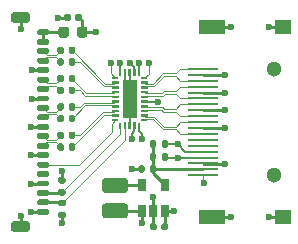
<source format=gtl>
G04 #@! TF.GenerationSoftware,KiCad,Pcbnew,5.1.10*
G04 #@! TF.CreationDate,2021-09-12T22:44:31-07:00*
G04 #@! TF.ProjectId,ACORN-CLE-DVI,41434f52-4e2d-4434-9c45-2d4456492e6b,rev?*
G04 #@! TF.SameCoordinates,Original*
G04 #@! TF.FileFunction,Copper,L1,Top*
G04 #@! TF.FilePolarity,Positive*
%FSLAX46Y46*%
G04 Gerber Fmt 4.6, Leading zero omitted, Abs format (unit mm)*
G04 Created by KiCad (PCBNEW 5.1.10) date 2021-09-12 22:44:31*
%MOMM*%
%LPD*%
G01*
G04 APERTURE LIST*
G04 #@! TA.AperFunction,SMDPad,CuDef*
%ADD10R,1.200000X3.200000*%
G04 #@! TD*
G04 #@! TA.AperFunction,SMDPad,CuDef*
%ADD11O,0.590000X0.220000*%
G04 #@! TD*
G04 #@! TA.AperFunction,SMDPad,CuDef*
%ADD12O,0.220000X0.590000*%
G04 #@! TD*
G04 #@! TA.AperFunction,SMDPad,CuDef*
%ADD13R,0.650000X1.060000*%
G04 #@! TD*
G04 #@! TA.AperFunction,ComponentPad*
%ADD14C,1.300000*%
G04 #@! TD*
G04 #@! TA.AperFunction,SMDPad,CuDef*
%ADD15R,1.400000X1.300000*%
G04 #@! TD*
G04 #@! TA.AperFunction,SMDPad,CuDef*
%ADD16R,2.200000X1.300000*%
G04 #@! TD*
G04 #@! TA.AperFunction,SMDPad,CuDef*
%ADD17R,2.600000X0.280000*%
G04 #@! TD*
G04 #@! TA.AperFunction,ViaPad*
%ADD18C,0.600000*%
G04 #@! TD*
G04 #@! TA.AperFunction,Conductor*
%ADD19C,0.152400*%
G04 #@! TD*
G04 #@! TA.AperFunction,Conductor*
%ADD20C,0.250000*%
G04 #@! TD*
G04 #@! TA.AperFunction,Conductor*
%ADD21C,0.125984*%
G04 #@! TD*
G04 #@! TA.AperFunction,Conductor*
%ADD22C,0.127000*%
G04 #@! TD*
G04 APERTURE END LIST*
D10*
X150450000Y-101500000D03*
D11*
X151695000Y-99700000D03*
G04 #@! TA.AperFunction,SMDPad,CuDef*
G36*
G01*
X151400000Y-100203400D02*
X151400000Y-99996600D01*
G75*
G02*
X151406600Y-99990000I6600J0D01*
G01*
X151983400Y-99990000D01*
G75*
G02*
X151990000Y-99996600I0J-6600D01*
G01*
X151990000Y-100203400D01*
G75*
G02*
X151983400Y-100210000I-6600J0D01*
G01*
X151406600Y-100210000D01*
G75*
G02*
X151400000Y-100203400I0J6600D01*
G01*
G37*
G04 #@! TD.AperFunction*
G04 #@! TA.AperFunction,SMDPad,CuDef*
G36*
G01*
X151400000Y-100603400D02*
X151400000Y-100396600D01*
G75*
G02*
X151406600Y-100390000I6600J0D01*
G01*
X151983400Y-100390000D01*
G75*
G02*
X151990000Y-100396600I0J-6600D01*
G01*
X151990000Y-100603400D01*
G75*
G02*
X151983400Y-100610000I-6600J0D01*
G01*
X151406600Y-100610000D01*
G75*
G02*
X151400000Y-100603400I0J6600D01*
G01*
G37*
G04 #@! TD.AperFunction*
G04 #@! TA.AperFunction,SMDPad,CuDef*
G36*
G01*
X151400000Y-101003400D02*
X151400000Y-100796600D01*
G75*
G02*
X151406600Y-100790000I6600J0D01*
G01*
X151983400Y-100790000D01*
G75*
G02*
X151990000Y-100796600I0J-6600D01*
G01*
X151990000Y-101003400D01*
G75*
G02*
X151983400Y-101010000I-6600J0D01*
G01*
X151406600Y-101010000D01*
G75*
G02*
X151400000Y-101003400I0J6600D01*
G01*
G37*
G04 #@! TD.AperFunction*
G04 #@! TA.AperFunction,SMDPad,CuDef*
G36*
G01*
X151400000Y-101403400D02*
X151400000Y-101196600D01*
G75*
G02*
X151406600Y-101190000I6600J0D01*
G01*
X151983400Y-101190000D01*
G75*
G02*
X151990000Y-101196600I0J-6600D01*
G01*
X151990000Y-101403400D01*
G75*
G02*
X151983400Y-101410000I-6600J0D01*
G01*
X151406600Y-101410000D01*
G75*
G02*
X151400000Y-101403400I0J6600D01*
G01*
G37*
G04 #@! TD.AperFunction*
G04 #@! TA.AperFunction,SMDPad,CuDef*
G36*
G01*
X151400000Y-101803400D02*
X151400000Y-101596600D01*
G75*
G02*
X151406600Y-101590000I6600J0D01*
G01*
X151983400Y-101590000D01*
G75*
G02*
X151990000Y-101596600I0J-6600D01*
G01*
X151990000Y-101803400D01*
G75*
G02*
X151983400Y-101810000I-6600J0D01*
G01*
X151406600Y-101810000D01*
G75*
G02*
X151400000Y-101803400I0J6600D01*
G01*
G37*
G04 #@! TD.AperFunction*
G04 #@! TA.AperFunction,SMDPad,CuDef*
G36*
G01*
X151400000Y-102203400D02*
X151400000Y-101996600D01*
G75*
G02*
X151406600Y-101990000I6600J0D01*
G01*
X151983400Y-101990000D01*
G75*
G02*
X151990000Y-101996600I0J-6600D01*
G01*
X151990000Y-102203400D01*
G75*
G02*
X151983400Y-102210000I-6600J0D01*
G01*
X151406600Y-102210000D01*
G75*
G02*
X151400000Y-102203400I0J6600D01*
G01*
G37*
G04 #@! TD.AperFunction*
G04 #@! TA.AperFunction,SMDPad,CuDef*
G36*
G01*
X151400000Y-102603400D02*
X151400000Y-102396600D01*
G75*
G02*
X151406600Y-102390000I6600J0D01*
G01*
X151983400Y-102390000D01*
G75*
G02*
X151990000Y-102396600I0J-6600D01*
G01*
X151990000Y-102603400D01*
G75*
G02*
X151983400Y-102610000I-6600J0D01*
G01*
X151406600Y-102610000D01*
G75*
G02*
X151400000Y-102603400I0J6600D01*
G01*
G37*
G04 #@! TD.AperFunction*
G04 #@! TA.AperFunction,SMDPad,CuDef*
G36*
G01*
X151400000Y-103003400D02*
X151400000Y-102796600D01*
G75*
G02*
X151406600Y-102790000I6600J0D01*
G01*
X151983400Y-102790000D01*
G75*
G02*
X151990000Y-102796600I0J-6600D01*
G01*
X151990000Y-103003400D01*
G75*
G02*
X151983400Y-103010000I-6600J0D01*
G01*
X151406600Y-103010000D01*
G75*
G02*
X151400000Y-103003400I0J6600D01*
G01*
G37*
G04 #@! TD.AperFunction*
X151695000Y-103300000D03*
X149205000Y-103300000D03*
G04 #@! TA.AperFunction,SMDPad,CuDef*
G36*
G01*
X148910000Y-103003400D02*
X148910000Y-102796600D01*
G75*
G02*
X148916600Y-102790000I6600J0D01*
G01*
X149493400Y-102790000D01*
G75*
G02*
X149500000Y-102796600I0J-6600D01*
G01*
X149500000Y-103003400D01*
G75*
G02*
X149493400Y-103010000I-6600J0D01*
G01*
X148916600Y-103010000D01*
G75*
G02*
X148910000Y-103003400I0J6600D01*
G01*
G37*
G04 #@! TD.AperFunction*
G04 #@! TA.AperFunction,SMDPad,CuDef*
G36*
G01*
X148910000Y-102603400D02*
X148910000Y-102396600D01*
G75*
G02*
X148916600Y-102390000I6600J0D01*
G01*
X149493400Y-102390000D01*
G75*
G02*
X149500000Y-102396600I0J-6600D01*
G01*
X149500000Y-102603400D01*
G75*
G02*
X149493400Y-102610000I-6600J0D01*
G01*
X148916600Y-102610000D01*
G75*
G02*
X148910000Y-102603400I0J6600D01*
G01*
G37*
G04 #@! TD.AperFunction*
G04 #@! TA.AperFunction,SMDPad,CuDef*
G36*
G01*
X148910000Y-102203400D02*
X148910000Y-101996600D01*
G75*
G02*
X148916600Y-101990000I6600J0D01*
G01*
X149493400Y-101990000D01*
G75*
G02*
X149500000Y-101996600I0J-6600D01*
G01*
X149500000Y-102203400D01*
G75*
G02*
X149493400Y-102210000I-6600J0D01*
G01*
X148916600Y-102210000D01*
G75*
G02*
X148910000Y-102203400I0J6600D01*
G01*
G37*
G04 #@! TD.AperFunction*
G04 #@! TA.AperFunction,SMDPad,CuDef*
G36*
G01*
X148910000Y-101803400D02*
X148910000Y-101596600D01*
G75*
G02*
X148916600Y-101590000I6600J0D01*
G01*
X149493400Y-101590000D01*
G75*
G02*
X149500000Y-101596600I0J-6600D01*
G01*
X149500000Y-101803400D01*
G75*
G02*
X149493400Y-101810000I-6600J0D01*
G01*
X148916600Y-101810000D01*
G75*
G02*
X148910000Y-101803400I0J6600D01*
G01*
G37*
G04 #@! TD.AperFunction*
G04 #@! TA.AperFunction,SMDPad,CuDef*
G36*
G01*
X148910000Y-101403400D02*
X148910000Y-101196600D01*
G75*
G02*
X148916600Y-101190000I6600J0D01*
G01*
X149493400Y-101190000D01*
G75*
G02*
X149500000Y-101196600I0J-6600D01*
G01*
X149500000Y-101403400D01*
G75*
G02*
X149493400Y-101410000I-6600J0D01*
G01*
X148916600Y-101410000D01*
G75*
G02*
X148910000Y-101403400I0J6600D01*
G01*
G37*
G04 #@! TD.AperFunction*
G04 #@! TA.AperFunction,SMDPad,CuDef*
G36*
G01*
X148910000Y-101003400D02*
X148910000Y-100796600D01*
G75*
G02*
X148916600Y-100790000I6600J0D01*
G01*
X149493400Y-100790000D01*
G75*
G02*
X149500000Y-100796600I0J-6600D01*
G01*
X149500000Y-101003400D01*
G75*
G02*
X149493400Y-101010000I-6600J0D01*
G01*
X148916600Y-101010000D01*
G75*
G02*
X148910000Y-101003400I0J6600D01*
G01*
G37*
G04 #@! TD.AperFunction*
G04 #@! TA.AperFunction,SMDPad,CuDef*
G36*
G01*
X148910000Y-100603400D02*
X148910000Y-100396600D01*
G75*
G02*
X148916600Y-100390000I6600J0D01*
G01*
X149493400Y-100390000D01*
G75*
G02*
X149500000Y-100396600I0J-6600D01*
G01*
X149500000Y-100603400D01*
G75*
G02*
X149493400Y-100610000I-6600J0D01*
G01*
X148916600Y-100610000D01*
G75*
G02*
X148910000Y-100603400I0J6600D01*
G01*
G37*
G04 #@! TD.AperFunction*
G04 #@! TA.AperFunction,SMDPad,CuDef*
G36*
G01*
X148910000Y-100203400D02*
X148910000Y-99996600D01*
G75*
G02*
X148916600Y-99990000I6600J0D01*
G01*
X149493400Y-99990000D01*
G75*
G02*
X149500000Y-99996600I0J-6600D01*
G01*
X149500000Y-100203400D01*
G75*
G02*
X149493400Y-100210000I-6600J0D01*
G01*
X148916600Y-100210000D01*
G75*
G02*
X148910000Y-100203400I0J6600D01*
G01*
G37*
G04 #@! TD.AperFunction*
X149205000Y-99700000D03*
D12*
X149650000Y-99255000D03*
G04 #@! TA.AperFunction,SMDPad,CuDef*
G36*
G01*
X149940000Y-99543400D02*
X149940000Y-98966600D01*
G75*
G02*
X149946600Y-98960000I6600J0D01*
G01*
X150153400Y-98960000D01*
G75*
G02*
X150160000Y-98966600I0J-6600D01*
G01*
X150160000Y-99543400D01*
G75*
G02*
X150153400Y-99550000I-6600J0D01*
G01*
X149946600Y-99550000D01*
G75*
G02*
X149940000Y-99543400I0J6600D01*
G01*
G37*
G04 #@! TD.AperFunction*
G04 #@! TA.AperFunction,SMDPad,CuDef*
G36*
G01*
X150340000Y-99543400D02*
X150340000Y-98966600D01*
G75*
G02*
X150346600Y-98960000I6600J0D01*
G01*
X150553400Y-98960000D01*
G75*
G02*
X150560000Y-98966600I0J-6600D01*
G01*
X150560000Y-99543400D01*
G75*
G02*
X150553400Y-99550000I-6600J0D01*
G01*
X150346600Y-99550000D01*
G75*
G02*
X150340000Y-99543400I0J6600D01*
G01*
G37*
G04 #@! TD.AperFunction*
G04 #@! TA.AperFunction,SMDPad,CuDef*
G36*
G01*
X150740000Y-99543400D02*
X150740000Y-98966600D01*
G75*
G02*
X150746600Y-98960000I6600J0D01*
G01*
X150953400Y-98960000D01*
G75*
G02*
X150960000Y-98966600I0J-6600D01*
G01*
X150960000Y-99543400D01*
G75*
G02*
X150953400Y-99550000I-6600J0D01*
G01*
X150746600Y-99550000D01*
G75*
G02*
X150740000Y-99543400I0J6600D01*
G01*
G37*
G04 #@! TD.AperFunction*
X151250000Y-99255000D03*
X151250000Y-103745000D03*
G04 #@! TA.AperFunction,SMDPad,CuDef*
G36*
G01*
X150740000Y-104033400D02*
X150740000Y-103456600D01*
G75*
G02*
X150746600Y-103450000I6600J0D01*
G01*
X150953400Y-103450000D01*
G75*
G02*
X150960000Y-103456600I0J-6600D01*
G01*
X150960000Y-104033400D01*
G75*
G02*
X150953400Y-104040000I-6600J0D01*
G01*
X150746600Y-104040000D01*
G75*
G02*
X150740000Y-104033400I0J6600D01*
G01*
G37*
G04 #@! TD.AperFunction*
G04 #@! TA.AperFunction,SMDPad,CuDef*
G36*
G01*
X150340000Y-104033400D02*
X150340000Y-103456600D01*
G75*
G02*
X150346600Y-103450000I6600J0D01*
G01*
X150553400Y-103450000D01*
G75*
G02*
X150560000Y-103456600I0J-6600D01*
G01*
X150560000Y-104033400D01*
G75*
G02*
X150553400Y-104040000I-6600J0D01*
G01*
X150346600Y-104040000D01*
G75*
G02*
X150340000Y-104033400I0J6600D01*
G01*
G37*
G04 #@! TD.AperFunction*
G04 #@! TA.AperFunction,SMDPad,CuDef*
G36*
G01*
X149940000Y-104033400D02*
X149940000Y-103456600D01*
G75*
G02*
X149946600Y-103450000I6600J0D01*
G01*
X150153400Y-103450000D01*
G75*
G02*
X150160000Y-103456600I0J-6600D01*
G01*
X150160000Y-104033400D01*
G75*
G02*
X150153400Y-104040000I-6600J0D01*
G01*
X149946600Y-104040000D01*
G75*
G02*
X149940000Y-104033400I0J6600D01*
G01*
G37*
G04 #@! TD.AperFunction*
X149650000Y-103745000D03*
G04 #@! TA.AperFunction,SMDPad,CuDef*
G36*
G01*
X153155000Y-106560000D02*
X153155000Y-106190000D01*
G75*
G02*
X153290000Y-106055000I135000J0D01*
G01*
X153560000Y-106055000D01*
G75*
G02*
X153695000Y-106190000I0J-135000D01*
G01*
X153695000Y-106560000D01*
G75*
G02*
X153560000Y-106695000I-135000J0D01*
G01*
X153290000Y-106695000D01*
G75*
G02*
X153155000Y-106560000I0J135000D01*
G01*
G37*
G04 #@! TD.AperFunction*
G04 #@! TA.AperFunction,SMDPad,CuDef*
G36*
G01*
X152135000Y-106560000D02*
X152135000Y-106190000D01*
G75*
G02*
X152270000Y-106055000I135000J0D01*
G01*
X152540000Y-106055000D01*
G75*
G02*
X152675000Y-106190000I0J-135000D01*
G01*
X152675000Y-106560000D01*
G75*
G02*
X152540000Y-106695000I-135000J0D01*
G01*
X152270000Y-106695000D01*
G75*
G02*
X152135000Y-106560000I0J135000D01*
G01*
G37*
G04 #@! TD.AperFunction*
G04 #@! TA.AperFunction,SMDPad,CuDef*
G36*
G01*
X153150000Y-105485000D02*
X153150000Y-105115000D01*
G75*
G02*
X153285000Y-104980000I135000J0D01*
G01*
X153555000Y-104980000D01*
G75*
G02*
X153690000Y-105115000I0J-135000D01*
G01*
X153690000Y-105485000D01*
G75*
G02*
X153555000Y-105620000I-135000J0D01*
G01*
X153285000Y-105620000D01*
G75*
G02*
X153150000Y-105485000I0J135000D01*
G01*
G37*
G04 #@! TD.AperFunction*
G04 #@! TA.AperFunction,SMDPad,CuDef*
G36*
G01*
X152130000Y-105485000D02*
X152130000Y-105115000D01*
G75*
G02*
X152265000Y-104980000I135000J0D01*
G01*
X152535000Y-104980000D01*
G75*
G02*
X152670000Y-105115000I0J-135000D01*
G01*
X152670000Y-105485000D01*
G75*
G02*
X152535000Y-105620000I-135000J0D01*
G01*
X152265000Y-105620000D01*
G75*
G02*
X152130000Y-105485000I0J135000D01*
G01*
G37*
G04 #@! TD.AperFunction*
G04 #@! TA.AperFunction,SMDPad,CuDef*
G36*
G01*
X144515000Y-109125000D02*
X144885000Y-109125000D01*
G75*
G02*
X145020000Y-109260000I0J-135000D01*
G01*
X145020000Y-109530000D01*
G75*
G02*
X144885000Y-109665000I-135000J0D01*
G01*
X144515000Y-109665000D01*
G75*
G02*
X144380000Y-109530000I0J135000D01*
G01*
X144380000Y-109260000D01*
G75*
G02*
X144515000Y-109125000I135000J0D01*
G01*
G37*
G04 #@! TD.AperFunction*
G04 #@! TA.AperFunction,SMDPad,CuDef*
G36*
G01*
X144515000Y-108105000D02*
X144885000Y-108105000D01*
G75*
G02*
X145020000Y-108240000I0J-135000D01*
G01*
X145020000Y-108510000D01*
G75*
G02*
X144885000Y-108645000I-135000J0D01*
G01*
X144515000Y-108645000D01*
G75*
G02*
X144380000Y-108510000I0J135000D01*
G01*
X144380000Y-108240000D01*
G75*
G02*
X144515000Y-108105000I135000J0D01*
G01*
G37*
G04 #@! TD.AperFunction*
G04 #@! TA.AperFunction,SMDPad,CuDef*
G36*
G01*
X144885000Y-110570000D02*
X144515000Y-110570000D01*
G75*
G02*
X144380000Y-110435000I0J135000D01*
G01*
X144380000Y-110165000D01*
G75*
G02*
X144515000Y-110030000I135000J0D01*
G01*
X144885000Y-110030000D01*
G75*
G02*
X145020000Y-110165000I0J-135000D01*
G01*
X145020000Y-110435000D01*
G75*
G02*
X144885000Y-110570000I-135000J0D01*
G01*
G37*
G04 #@! TD.AperFunction*
G04 #@! TA.AperFunction,SMDPad,CuDef*
G36*
G01*
X144885000Y-111590000D02*
X144515000Y-111590000D01*
G75*
G02*
X144380000Y-111455000I0J135000D01*
G01*
X144380000Y-111185000D01*
G75*
G02*
X144515000Y-111050000I135000J0D01*
G01*
X144885000Y-111050000D01*
G75*
G02*
X145020000Y-111185000I0J-135000D01*
G01*
X145020000Y-111455000D01*
G75*
G02*
X144885000Y-111590000I-135000J0D01*
G01*
G37*
G04 #@! TD.AperFunction*
D13*
X151500000Y-108775000D03*
X153400000Y-108775000D03*
X153400000Y-110975000D03*
X152450000Y-110975000D03*
X151500000Y-110975000D03*
G04 #@! TA.AperFunction,SMDPad,CuDef*
G36*
G01*
X148350000Y-110325000D02*
X150050000Y-110325000D01*
G75*
G02*
X150300000Y-110575000I0J-250000D01*
G01*
X150300000Y-111325000D01*
G75*
G02*
X150050000Y-111575000I-250000J0D01*
G01*
X148350000Y-111575000D01*
G75*
G02*
X148100000Y-111325000I0J250000D01*
G01*
X148100000Y-110575000D01*
G75*
G02*
X148350000Y-110325000I250000J0D01*
G01*
G37*
G04 #@! TD.AperFunction*
G04 #@! TA.AperFunction,SMDPad,CuDef*
G36*
G01*
X148350000Y-108175000D02*
X150050000Y-108175000D01*
G75*
G02*
X150300000Y-108425000I0J-250000D01*
G01*
X150300000Y-109175000D01*
G75*
G02*
X150050000Y-109425000I-250000J0D01*
G01*
X148350000Y-109425000D01*
G75*
G02*
X148100000Y-109175000I0J250000D01*
G01*
X148100000Y-108425000D01*
G75*
G02*
X148350000Y-108175000I250000J0D01*
G01*
G37*
G04 #@! TD.AperFunction*
G04 #@! TA.AperFunction,SMDPad,CuDef*
G36*
G01*
X145287500Y-95568750D02*
X145287500Y-96081250D01*
G75*
G02*
X145068750Y-96300000I-218750J0D01*
G01*
X144631250Y-96300000D01*
G75*
G02*
X144412500Y-96081250I0J218750D01*
G01*
X144412500Y-95568750D01*
G75*
G02*
X144631250Y-95350000I218750J0D01*
G01*
X145068750Y-95350000D01*
G75*
G02*
X145287500Y-95568750I0J-218750D01*
G01*
G37*
G04 #@! TD.AperFunction*
G04 #@! TA.AperFunction,SMDPad,CuDef*
G36*
G01*
X146862500Y-95568750D02*
X146862500Y-96081250D01*
G75*
G02*
X146643750Y-96300000I-218750J0D01*
G01*
X146206250Y-96300000D01*
G75*
G02*
X145987500Y-96081250I0J218750D01*
G01*
X145987500Y-95568750D01*
G75*
G02*
X146206250Y-95350000I218750J0D01*
G01*
X146643750Y-95350000D01*
G75*
G02*
X146862500Y-95568750I0J-218750D01*
G01*
G37*
G04 #@! TD.AperFunction*
G04 #@! TA.AperFunction,SMDPad,CuDef*
G36*
G01*
X151730000Y-107240000D02*
X151730000Y-107580000D01*
G75*
G02*
X151590000Y-107720000I-140000J0D01*
G01*
X151310000Y-107720000D01*
G75*
G02*
X151170000Y-107580000I0J140000D01*
G01*
X151170000Y-107240000D01*
G75*
G02*
X151310000Y-107100000I140000J0D01*
G01*
X151590000Y-107100000D01*
G75*
G02*
X151730000Y-107240000I0J-140000D01*
G01*
G37*
G04 #@! TD.AperFunction*
G04 #@! TA.AperFunction,SMDPad,CuDef*
G36*
G01*
X152690000Y-107240000D02*
X152690000Y-107580000D01*
G75*
G02*
X152550000Y-107720000I-140000J0D01*
G01*
X152270000Y-107720000D01*
G75*
G02*
X152130000Y-107580000I0J140000D01*
G01*
X152130000Y-107240000D01*
G75*
G02*
X152270000Y-107100000I140000J0D01*
G01*
X152550000Y-107100000D01*
G75*
G02*
X152690000Y-107240000I0J-140000D01*
G01*
G37*
G04 #@! TD.AperFunction*
G04 #@! TA.AperFunction,SMDPad,CuDef*
G36*
G01*
X152720000Y-112130000D02*
X152720000Y-112470000D01*
G75*
G02*
X152580000Y-112610000I-140000J0D01*
G01*
X152300000Y-112610000D01*
G75*
G02*
X152160000Y-112470000I0J140000D01*
G01*
X152160000Y-112130000D01*
G75*
G02*
X152300000Y-111990000I140000J0D01*
G01*
X152580000Y-111990000D01*
G75*
G02*
X152720000Y-112130000I0J-140000D01*
G01*
G37*
G04 #@! TD.AperFunction*
G04 #@! TA.AperFunction,SMDPad,CuDef*
G36*
G01*
X153680000Y-112130000D02*
X153680000Y-112470000D01*
G75*
G02*
X153540000Y-112610000I-140000J0D01*
G01*
X153260000Y-112610000D01*
G75*
G02*
X153120000Y-112470000I0J140000D01*
G01*
X153120000Y-112130000D01*
G75*
G02*
X153260000Y-111990000I140000J0D01*
G01*
X153540000Y-111990000D01*
G75*
G02*
X153680000Y-112130000I0J-140000D01*
G01*
G37*
G04 #@! TD.AperFunction*
G04 #@! TA.AperFunction,SMDPad,CuDef*
G36*
G01*
X145445000Y-94405000D02*
X145445000Y-94745000D01*
G75*
G02*
X145305000Y-94885000I-140000J0D01*
G01*
X145025000Y-94885000D01*
G75*
G02*
X144885000Y-94745000I0J140000D01*
G01*
X144885000Y-94405000D01*
G75*
G02*
X145025000Y-94265000I140000J0D01*
G01*
X145305000Y-94265000D01*
G75*
G02*
X145445000Y-94405000I0J-140000D01*
G01*
G37*
G04 #@! TD.AperFunction*
G04 #@! TA.AperFunction,SMDPad,CuDef*
G36*
G01*
X146405000Y-94405000D02*
X146405000Y-94745000D01*
G75*
G02*
X146265000Y-94885000I-140000J0D01*
G01*
X145985000Y-94885000D01*
G75*
G02*
X145845000Y-94745000I0J140000D01*
G01*
X145845000Y-94405000D01*
G75*
G02*
X145985000Y-94265000I140000J0D01*
G01*
X146265000Y-94265000D01*
G75*
G02*
X146405000Y-94405000I0J-140000D01*
G01*
G37*
G04 #@! TD.AperFunction*
G04 #@! TA.AperFunction,SMDPad,CuDef*
G36*
G01*
X144320000Y-105720000D02*
X144320000Y-105380000D01*
G75*
G02*
X144460000Y-105240000I140000J0D01*
G01*
X144740000Y-105240000D01*
G75*
G02*
X144880000Y-105380000I0J-140000D01*
G01*
X144880000Y-105720000D01*
G75*
G02*
X144740000Y-105860000I-140000J0D01*
G01*
X144460000Y-105860000D01*
G75*
G02*
X144320000Y-105720000I0J140000D01*
G01*
G37*
G04 #@! TD.AperFunction*
G04 #@! TA.AperFunction,SMDPad,CuDef*
G36*
G01*
X145280000Y-105720000D02*
X145280000Y-105380000D01*
G75*
G02*
X145420000Y-105240000I140000J0D01*
G01*
X145700000Y-105240000D01*
G75*
G02*
X145840000Y-105380000I0J-140000D01*
G01*
X145840000Y-105720000D01*
G75*
G02*
X145700000Y-105860000I-140000J0D01*
G01*
X145420000Y-105860000D01*
G75*
G02*
X145280000Y-105720000I0J140000D01*
G01*
G37*
G04 #@! TD.AperFunction*
G04 #@! TA.AperFunction,SMDPad,CuDef*
G36*
G01*
X144320000Y-104720000D02*
X144320000Y-104380000D01*
G75*
G02*
X144460000Y-104240000I140000J0D01*
G01*
X144740000Y-104240000D01*
G75*
G02*
X144880000Y-104380000I0J-140000D01*
G01*
X144880000Y-104720000D01*
G75*
G02*
X144740000Y-104860000I-140000J0D01*
G01*
X144460000Y-104860000D01*
G75*
G02*
X144320000Y-104720000I0J140000D01*
G01*
G37*
G04 #@! TD.AperFunction*
G04 #@! TA.AperFunction,SMDPad,CuDef*
G36*
G01*
X145280000Y-104720000D02*
X145280000Y-104380000D01*
G75*
G02*
X145420000Y-104240000I140000J0D01*
G01*
X145700000Y-104240000D01*
G75*
G02*
X145840000Y-104380000I0J-140000D01*
G01*
X145840000Y-104720000D01*
G75*
G02*
X145700000Y-104860000I-140000J0D01*
G01*
X145420000Y-104860000D01*
G75*
G02*
X145280000Y-104720000I0J140000D01*
G01*
G37*
G04 #@! TD.AperFunction*
G04 #@! TA.AperFunction,SMDPad,CuDef*
G36*
G01*
X144320000Y-103320000D02*
X144320000Y-102980000D01*
G75*
G02*
X144460000Y-102840000I140000J0D01*
G01*
X144740000Y-102840000D01*
G75*
G02*
X144880000Y-102980000I0J-140000D01*
G01*
X144880000Y-103320000D01*
G75*
G02*
X144740000Y-103460000I-140000J0D01*
G01*
X144460000Y-103460000D01*
G75*
G02*
X144320000Y-103320000I0J140000D01*
G01*
G37*
G04 #@! TD.AperFunction*
G04 #@! TA.AperFunction,SMDPad,CuDef*
G36*
G01*
X145280000Y-103320000D02*
X145280000Y-102980000D01*
G75*
G02*
X145420000Y-102840000I140000J0D01*
G01*
X145700000Y-102840000D01*
G75*
G02*
X145840000Y-102980000I0J-140000D01*
G01*
X145840000Y-103320000D01*
G75*
G02*
X145700000Y-103460000I-140000J0D01*
G01*
X145420000Y-103460000D01*
G75*
G02*
X145280000Y-103320000I0J140000D01*
G01*
G37*
G04 #@! TD.AperFunction*
G04 #@! TA.AperFunction,SMDPad,CuDef*
G36*
G01*
X144310000Y-102320000D02*
X144310000Y-101980000D01*
G75*
G02*
X144450000Y-101840000I140000J0D01*
G01*
X144730000Y-101840000D01*
G75*
G02*
X144870000Y-101980000I0J-140000D01*
G01*
X144870000Y-102320000D01*
G75*
G02*
X144730000Y-102460000I-140000J0D01*
G01*
X144450000Y-102460000D01*
G75*
G02*
X144310000Y-102320000I0J140000D01*
G01*
G37*
G04 #@! TD.AperFunction*
G04 #@! TA.AperFunction,SMDPad,CuDef*
G36*
G01*
X145270000Y-102320000D02*
X145270000Y-101980000D01*
G75*
G02*
X145410000Y-101840000I140000J0D01*
G01*
X145690000Y-101840000D01*
G75*
G02*
X145830000Y-101980000I0J-140000D01*
G01*
X145830000Y-102320000D01*
G75*
G02*
X145690000Y-102460000I-140000J0D01*
G01*
X145410000Y-102460000D01*
G75*
G02*
X145270000Y-102320000I0J140000D01*
G01*
G37*
G04 #@! TD.AperFunction*
G04 #@! TA.AperFunction,SMDPad,CuDef*
G36*
G01*
X144310000Y-100920000D02*
X144310000Y-100580000D01*
G75*
G02*
X144450000Y-100440000I140000J0D01*
G01*
X144730000Y-100440000D01*
G75*
G02*
X144870000Y-100580000I0J-140000D01*
G01*
X144870000Y-100920000D01*
G75*
G02*
X144730000Y-101060000I-140000J0D01*
G01*
X144450000Y-101060000D01*
G75*
G02*
X144310000Y-100920000I0J140000D01*
G01*
G37*
G04 #@! TD.AperFunction*
G04 #@! TA.AperFunction,SMDPad,CuDef*
G36*
G01*
X145270000Y-100920000D02*
X145270000Y-100580000D01*
G75*
G02*
X145410000Y-100440000I140000J0D01*
G01*
X145690000Y-100440000D01*
G75*
G02*
X145830000Y-100580000I0J-140000D01*
G01*
X145830000Y-100920000D01*
G75*
G02*
X145690000Y-101060000I-140000J0D01*
G01*
X145410000Y-101060000D01*
G75*
G02*
X145270000Y-100920000I0J140000D01*
G01*
G37*
G04 #@! TD.AperFunction*
G04 #@! TA.AperFunction,SMDPad,CuDef*
G36*
G01*
X144310000Y-99920000D02*
X144310000Y-99580000D01*
G75*
G02*
X144450000Y-99440000I140000J0D01*
G01*
X144730000Y-99440000D01*
G75*
G02*
X144870000Y-99580000I0J-140000D01*
G01*
X144870000Y-99920000D01*
G75*
G02*
X144730000Y-100060000I-140000J0D01*
G01*
X144450000Y-100060000D01*
G75*
G02*
X144310000Y-99920000I0J140000D01*
G01*
G37*
G04 #@! TD.AperFunction*
G04 #@! TA.AperFunction,SMDPad,CuDef*
G36*
G01*
X145270000Y-99920000D02*
X145270000Y-99580000D01*
G75*
G02*
X145410000Y-99440000I140000J0D01*
G01*
X145690000Y-99440000D01*
G75*
G02*
X145830000Y-99580000I0J-140000D01*
G01*
X145830000Y-99920000D01*
G75*
G02*
X145690000Y-100060000I-140000J0D01*
G01*
X145410000Y-100060000D01*
G75*
G02*
X145270000Y-99920000I0J140000D01*
G01*
G37*
G04 #@! TD.AperFunction*
G04 #@! TA.AperFunction,SMDPad,CuDef*
G36*
G01*
X144310000Y-98520000D02*
X144310000Y-98180000D01*
G75*
G02*
X144450000Y-98040000I140000J0D01*
G01*
X144730000Y-98040000D01*
G75*
G02*
X144870000Y-98180000I0J-140000D01*
G01*
X144870000Y-98520000D01*
G75*
G02*
X144730000Y-98660000I-140000J0D01*
G01*
X144450000Y-98660000D01*
G75*
G02*
X144310000Y-98520000I0J140000D01*
G01*
G37*
G04 #@! TD.AperFunction*
G04 #@! TA.AperFunction,SMDPad,CuDef*
G36*
G01*
X145270000Y-98520000D02*
X145270000Y-98180000D01*
G75*
G02*
X145410000Y-98040000I140000J0D01*
G01*
X145690000Y-98040000D01*
G75*
G02*
X145830000Y-98180000I0J-140000D01*
G01*
X145830000Y-98520000D01*
G75*
G02*
X145690000Y-98660000I-140000J0D01*
G01*
X145410000Y-98660000D01*
G75*
G02*
X145270000Y-98520000I0J140000D01*
G01*
G37*
G04 #@! TD.AperFunction*
G04 #@! TA.AperFunction,SMDPad,CuDef*
G36*
G01*
X144310000Y-97520000D02*
X144310000Y-97180000D01*
G75*
G02*
X144450000Y-97040000I140000J0D01*
G01*
X144730000Y-97040000D01*
G75*
G02*
X144870000Y-97180000I0J-140000D01*
G01*
X144870000Y-97520000D01*
G75*
G02*
X144730000Y-97660000I-140000J0D01*
G01*
X144450000Y-97660000D01*
G75*
G02*
X144310000Y-97520000I0J140000D01*
G01*
G37*
G04 #@! TD.AperFunction*
G04 #@! TA.AperFunction,SMDPad,CuDef*
G36*
G01*
X145270000Y-97520000D02*
X145270000Y-97180000D01*
G75*
G02*
X145410000Y-97040000I140000J0D01*
G01*
X145690000Y-97040000D01*
G75*
G02*
X145830000Y-97180000I0J-140000D01*
G01*
X145830000Y-97520000D01*
G75*
G02*
X145690000Y-97660000I-140000J0D01*
G01*
X145410000Y-97660000D01*
G75*
G02*
X145270000Y-97520000I0J140000D01*
G01*
G37*
G04 #@! TD.AperFunction*
G04 #@! TA.AperFunction,SMDPad,CuDef*
G36*
G01*
X140615000Y-111839000D02*
X141765000Y-111839000D01*
G75*
G02*
X141990000Y-112064000I0J-225000D01*
G01*
X141990000Y-112514000D01*
G75*
G02*
X141765000Y-112739000I-225000J0D01*
G01*
X140615000Y-112739000D01*
G75*
G02*
X140390000Y-112514000I0J225000D01*
G01*
X140390000Y-112064000D01*
G75*
G02*
X140615000Y-111839000I225000J0D01*
G01*
G37*
G04 #@! TD.AperFunction*
G04 #@! TA.AperFunction,SMDPad,CuDef*
G36*
G01*
X140615000Y-94139000D02*
X141765000Y-94139000D01*
G75*
G02*
X141990000Y-94364000I0J-225000D01*
G01*
X141990000Y-94814000D01*
G75*
G02*
X141765000Y-95039000I-225000J0D01*
G01*
X140615000Y-95039000D01*
G75*
G02*
X140390000Y-94814000I0J225000D01*
G01*
X140390000Y-94364000D01*
G75*
G02*
X140615000Y-94139000I225000J0D01*
G01*
G37*
G04 #@! TD.AperFunction*
G04 #@! TA.AperFunction,SMDPad,CuDef*
G36*
G01*
X142735000Y-110789000D02*
X143485000Y-110789000D01*
G75*
G02*
X143610000Y-110914000I0J-125000D01*
G01*
X143610000Y-111164000D01*
G75*
G02*
X143485000Y-111289000I-125000J0D01*
G01*
X142735000Y-111289000D01*
G75*
G02*
X142610000Y-111164000I0J125000D01*
G01*
X142610000Y-110914000D01*
G75*
G02*
X142735000Y-110789000I125000J0D01*
G01*
G37*
G04 #@! TD.AperFunction*
G04 #@! TA.AperFunction,SMDPad,CuDef*
G36*
G01*
X142735000Y-109989000D02*
X143485000Y-109989000D01*
G75*
G02*
X143610000Y-110114000I0J-125000D01*
G01*
X143610000Y-110364000D01*
G75*
G02*
X143485000Y-110489000I-125000J0D01*
G01*
X142735000Y-110489000D01*
G75*
G02*
X142610000Y-110364000I0J125000D01*
G01*
X142610000Y-110114000D01*
G75*
G02*
X142735000Y-109989000I125000J0D01*
G01*
G37*
G04 #@! TD.AperFunction*
G04 #@! TA.AperFunction,SMDPad,CuDef*
G36*
G01*
X142735000Y-109189000D02*
X143485000Y-109189000D01*
G75*
G02*
X143610000Y-109314000I0J-125000D01*
G01*
X143610000Y-109564000D01*
G75*
G02*
X143485000Y-109689000I-125000J0D01*
G01*
X142735000Y-109689000D01*
G75*
G02*
X142610000Y-109564000I0J125000D01*
G01*
X142610000Y-109314000D01*
G75*
G02*
X142735000Y-109189000I125000J0D01*
G01*
G37*
G04 #@! TD.AperFunction*
G04 #@! TA.AperFunction,SMDPad,CuDef*
G36*
G01*
X142735000Y-108389000D02*
X143485000Y-108389000D01*
G75*
G02*
X143610000Y-108514000I0J-125000D01*
G01*
X143610000Y-108764000D01*
G75*
G02*
X143485000Y-108889000I-125000J0D01*
G01*
X142735000Y-108889000D01*
G75*
G02*
X142610000Y-108764000I0J125000D01*
G01*
X142610000Y-108514000D01*
G75*
G02*
X142735000Y-108389000I125000J0D01*
G01*
G37*
G04 #@! TD.AperFunction*
G04 #@! TA.AperFunction,SMDPad,CuDef*
G36*
G01*
X142735000Y-107589000D02*
X143485000Y-107589000D01*
G75*
G02*
X143610000Y-107714000I0J-125000D01*
G01*
X143610000Y-107964000D01*
G75*
G02*
X143485000Y-108089000I-125000J0D01*
G01*
X142735000Y-108089000D01*
G75*
G02*
X142610000Y-107964000I0J125000D01*
G01*
X142610000Y-107714000D01*
G75*
G02*
X142735000Y-107589000I125000J0D01*
G01*
G37*
G04 #@! TD.AperFunction*
G04 #@! TA.AperFunction,SMDPad,CuDef*
G36*
G01*
X142735000Y-106789000D02*
X143485000Y-106789000D01*
G75*
G02*
X143610000Y-106914000I0J-125000D01*
G01*
X143610000Y-107164000D01*
G75*
G02*
X143485000Y-107289000I-125000J0D01*
G01*
X142735000Y-107289000D01*
G75*
G02*
X142610000Y-107164000I0J125000D01*
G01*
X142610000Y-106914000D01*
G75*
G02*
X142735000Y-106789000I125000J0D01*
G01*
G37*
G04 #@! TD.AperFunction*
G04 #@! TA.AperFunction,SMDPad,CuDef*
G36*
G01*
X142735000Y-105989000D02*
X143485000Y-105989000D01*
G75*
G02*
X143610000Y-106114000I0J-125000D01*
G01*
X143610000Y-106364000D01*
G75*
G02*
X143485000Y-106489000I-125000J0D01*
G01*
X142735000Y-106489000D01*
G75*
G02*
X142610000Y-106364000I0J125000D01*
G01*
X142610000Y-106114000D01*
G75*
G02*
X142735000Y-105989000I125000J0D01*
G01*
G37*
G04 #@! TD.AperFunction*
G04 #@! TA.AperFunction,SMDPad,CuDef*
G36*
G01*
X142735000Y-105189000D02*
X143485000Y-105189000D01*
G75*
G02*
X143610000Y-105314000I0J-125000D01*
G01*
X143610000Y-105564000D01*
G75*
G02*
X143485000Y-105689000I-125000J0D01*
G01*
X142735000Y-105689000D01*
G75*
G02*
X142610000Y-105564000I0J125000D01*
G01*
X142610000Y-105314000D01*
G75*
G02*
X142735000Y-105189000I125000J0D01*
G01*
G37*
G04 #@! TD.AperFunction*
G04 #@! TA.AperFunction,SMDPad,CuDef*
G36*
G01*
X142735000Y-104389000D02*
X143485000Y-104389000D01*
G75*
G02*
X143610000Y-104514000I0J-125000D01*
G01*
X143610000Y-104764000D01*
G75*
G02*
X143485000Y-104889000I-125000J0D01*
G01*
X142735000Y-104889000D01*
G75*
G02*
X142610000Y-104764000I0J125000D01*
G01*
X142610000Y-104514000D01*
G75*
G02*
X142735000Y-104389000I125000J0D01*
G01*
G37*
G04 #@! TD.AperFunction*
G04 #@! TA.AperFunction,SMDPad,CuDef*
G36*
G01*
X142735000Y-103589000D02*
X143485000Y-103589000D01*
G75*
G02*
X143610000Y-103714000I0J-125000D01*
G01*
X143610000Y-103964000D01*
G75*
G02*
X143485000Y-104089000I-125000J0D01*
G01*
X142735000Y-104089000D01*
G75*
G02*
X142610000Y-103964000I0J125000D01*
G01*
X142610000Y-103714000D01*
G75*
G02*
X142735000Y-103589000I125000J0D01*
G01*
G37*
G04 #@! TD.AperFunction*
G04 #@! TA.AperFunction,SMDPad,CuDef*
G36*
G01*
X142735000Y-102789000D02*
X143485000Y-102789000D01*
G75*
G02*
X143610000Y-102914000I0J-125000D01*
G01*
X143610000Y-103164000D01*
G75*
G02*
X143485000Y-103289000I-125000J0D01*
G01*
X142735000Y-103289000D01*
G75*
G02*
X142610000Y-103164000I0J125000D01*
G01*
X142610000Y-102914000D01*
G75*
G02*
X142735000Y-102789000I125000J0D01*
G01*
G37*
G04 #@! TD.AperFunction*
G04 #@! TA.AperFunction,SMDPad,CuDef*
G36*
G01*
X142735000Y-101989000D02*
X143485000Y-101989000D01*
G75*
G02*
X143610000Y-102114000I0J-125000D01*
G01*
X143610000Y-102364000D01*
G75*
G02*
X143485000Y-102489000I-125000J0D01*
G01*
X142735000Y-102489000D01*
G75*
G02*
X142610000Y-102364000I0J125000D01*
G01*
X142610000Y-102114000D01*
G75*
G02*
X142735000Y-101989000I125000J0D01*
G01*
G37*
G04 #@! TD.AperFunction*
G04 #@! TA.AperFunction,SMDPad,CuDef*
G36*
G01*
X142735000Y-101189000D02*
X143485000Y-101189000D01*
G75*
G02*
X143610000Y-101314000I0J-125000D01*
G01*
X143610000Y-101564000D01*
G75*
G02*
X143485000Y-101689000I-125000J0D01*
G01*
X142735000Y-101689000D01*
G75*
G02*
X142610000Y-101564000I0J125000D01*
G01*
X142610000Y-101314000D01*
G75*
G02*
X142735000Y-101189000I125000J0D01*
G01*
G37*
G04 #@! TD.AperFunction*
G04 #@! TA.AperFunction,SMDPad,CuDef*
G36*
G01*
X142735000Y-100389000D02*
X143485000Y-100389000D01*
G75*
G02*
X143610000Y-100514000I0J-125000D01*
G01*
X143610000Y-100764000D01*
G75*
G02*
X143485000Y-100889000I-125000J0D01*
G01*
X142735000Y-100889000D01*
G75*
G02*
X142610000Y-100764000I0J125000D01*
G01*
X142610000Y-100514000D01*
G75*
G02*
X142735000Y-100389000I125000J0D01*
G01*
G37*
G04 #@! TD.AperFunction*
G04 #@! TA.AperFunction,SMDPad,CuDef*
G36*
G01*
X142735000Y-99589000D02*
X143485000Y-99589000D01*
G75*
G02*
X143610000Y-99714000I0J-125000D01*
G01*
X143610000Y-99964000D01*
G75*
G02*
X143485000Y-100089000I-125000J0D01*
G01*
X142735000Y-100089000D01*
G75*
G02*
X142610000Y-99964000I0J125000D01*
G01*
X142610000Y-99714000D01*
G75*
G02*
X142735000Y-99589000I125000J0D01*
G01*
G37*
G04 #@! TD.AperFunction*
G04 #@! TA.AperFunction,SMDPad,CuDef*
G36*
G01*
X142735000Y-98789000D02*
X143485000Y-98789000D01*
G75*
G02*
X143610000Y-98914000I0J-125000D01*
G01*
X143610000Y-99164000D01*
G75*
G02*
X143485000Y-99289000I-125000J0D01*
G01*
X142735000Y-99289000D01*
G75*
G02*
X142610000Y-99164000I0J125000D01*
G01*
X142610000Y-98914000D01*
G75*
G02*
X142735000Y-98789000I125000J0D01*
G01*
G37*
G04 #@! TD.AperFunction*
G04 #@! TA.AperFunction,SMDPad,CuDef*
G36*
G01*
X142735000Y-97989000D02*
X143485000Y-97989000D01*
G75*
G02*
X143610000Y-98114000I0J-125000D01*
G01*
X143610000Y-98364000D01*
G75*
G02*
X143485000Y-98489000I-125000J0D01*
G01*
X142735000Y-98489000D01*
G75*
G02*
X142610000Y-98364000I0J125000D01*
G01*
X142610000Y-98114000D01*
G75*
G02*
X142735000Y-97989000I125000J0D01*
G01*
G37*
G04 #@! TD.AperFunction*
G04 #@! TA.AperFunction,SMDPad,CuDef*
G36*
G01*
X142735000Y-97189000D02*
X143485000Y-97189000D01*
G75*
G02*
X143610000Y-97314000I0J-125000D01*
G01*
X143610000Y-97564000D01*
G75*
G02*
X143485000Y-97689000I-125000J0D01*
G01*
X142735000Y-97689000D01*
G75*
G02*
X142610000Y-97564000I0J125000D01*
G01*
X142610000Y-97314000D01*
G75*
G02*
X142735000Y-97189000I125000J0D01*
G01*
G37*
G04 #@! TD.AperFunction*
G04 #@! TA.AperFunction,SMDPad,CuDef*
G36*
G01*
X142735000Y-96389000D02*
X143485000Y-96389000D01*
G75*
G02*
X143610000Y-96514000I0J-125000D01*
G01*
X143610000Y-96764000D01*
G75*
G02*
X143485000Y-96889000I-125000J0D01*
G01*
X142735000Y-96889000D01*
G75*
G02*
X142610000Y-96764000I0J125000D01*
G01*
X142610000Y-96514000D01*
G75*
G02*
X142735000Y-96389000I125000J0D01*
G01*
G37*
G04 #@! TD.AperFunction*
G04 #@! TA.AperFunction,SMDPad,CuDef*
G36*
G01*
X142735000Y-95589000D02*
X143485000Y-95589000D01*
G75*
G02*
X143610000Y-95714000I0J-125000D01*
G01*
X143610000Y-95964000D01*
G75*
G02*
X143485000Y-96089000I-125000J0D01*
G01*
X142735000Y-96089000D01*
G75*
G02*
X142610000Y-95964000I0J125000D01*
G01*
X142610000Y-95714000D01*
G75*
G02*
X142735000Y-95589000I125000J0D01*
G01*
G37*
G04 #@! TD.AperFunction*
D14*
X162650000Y-107939000D03*
X162650000Y-98939000D03*
D15*
X163410000Y-95389000D03*
X163410000Y-111489000D03*
D16*
X157450000Y-111489000D03*
X157450000Y-95389000D03*
D17*
X156690000Y-107939000D03*
X156690000Y-107439000D03*
X156690000Y-106939000D03*
X156690000Y-106439000D03*
X156690000Y-105939000D03*
X156690000Y-105439000D03*
X156690000Y-104939000D03*
X156690000Y-104439000D03*
X156690000Y-103939000D03*
X156690000Y-98939000D03*
X156690000Y-99439000D03*
X156690000Y-99939000D03*
X156690000Y-100439000D03*
X156690000Y-100939000D03*
X156690000Y-101439000D03*
X156690000Y-101939000D03*
X156690000Y-102439000D03*
X156690000Y-102939000D03*
X156690000Y-103439000D03*
D18*
X150450000Y-102600000D03*
X142100000Y-111050000D03*
X141200000Y-111350000D03*
X142100000Y-108650000D03*
X142100000Y-106250000D03*
X142100000Y-103850000D03*
X142150000Y-101450000D03*
X142150000Y-99050000D03*
X141200000Y-95550000D03*
X158500000Y-99450000D03*
X158500000Y-100950000D03*
X158500000Y-102450000D03*
X158500000Y-103950000D03*
X158500000Y-106950000D03*
X159050000Y-95400000D03*
X162200000Y-95400000D03*
X159050000Y-111500000D03*
X162200000Y-111500000D03*
X150450000Y-101500000D03*
X144336000Y-94589000D03*
X152440000Y-109810000D03*
X150450000Y-100375000D03*
X150680000Y-107410000D03*
X147550000Y-95825000D03*
X151500000Y-112025000D03*
X154225000Y-110975000D03*
X144700000Y-107600000D03*
X144700000Y-112025000D03*
X152875000Y-101700000D03*
X149625000Y-98400000D03*
X150450000Y-98400000D03*
X156700000Y-108575000D03*
X151250000Y-98400000D03*
X154525000Y-106439000D03*
X154525000Y-105300000D03*
X152050000Y-98400000D03*
X151475000Y-104875000D03*
X150625000Y-104875000D03*
X148820000Y-98400000D03*
D19*
X150450000Y-99180000D02*
X150450000Y-100375000D01*
X150450000Y-101500000D02*
X150450000Y-101500000D01*
X150050000Y-101100000D02*
X150450000Y-101500000D01*
X150050000Y-99180000D02*
X150050000Y-101100000D01*
D20*
X141200000Y-94599000D02*
X141190000Y-94589000D01*
X141200000Y-95550000D02*
X141200000Y-94599000D01*
X143099000Y-99050000D02*
X143110000Y-99039000D01*
X142150000Y-99050000D02*
X143099000Y-99050000D01*
X143099000Y-101450000D02*
X143110000Y-101439000D01*
X142150000Y-101450000D02*
X143099000Y-101450000D01*
X143099000Y-103850000D02*
X143110000Y-103839000D01*
X142100000Y-103850000D02*
X143099000Y-103850000D01*
X143099000Y-106250000D02*
X143110000Y-106239000D01*
X142100000Y-106250000D02*
X143099000Y-106250000D01*
X143099000Y-108650000D02*
X143110000Y-108639000D01*
X142100000Y-108650000D02*
X143099000Y-108650000D01*
X143099000Y-111050000D02*
X143110000Y-111039000D01*
X142100000Y-111050000D02*
X143099000Y-111050000D01*
X141200000Y-112279000D02*
X141190000Y-112289000D01*
X141200000Y-111350000D02*
X141200000Y-112279000D01*
X159039000Y-95389000D02*
X159050000Y-95400000D01*
X157450000Y-95389000D02*
X159039000Y-95389000D01*
X163399000Y-95400000D02*
X163410000Y-95389000D01*
X162200000Y-95400000D02*
X163399000Y-95400000D01*
X163399000Y-111500000D02*
X163410000Y-111489000D01*
X162200000Y-111500000D02*
X163399000Y-111500000D01*
X157461000Y-111500000D02*
X157450000Y-111489000D01*
X159050000Y-111500000D02*
X157461000Y-111500000D01*
X156701000Y-106950000D02*
X156690000Y-106939000D01*
X158500000Y-106950000D02*
X156701000Y-106950000D01*
X156701000Y-103950000D02*
X156690000Y-103939000D01*
X158500000Y-103950000D02*
X156701000Y-103950000D01*
X156701000Y-102450000D02*
X156690000Y-102439000D01*
X158500000Y-102450000D02*
X156701000Y-102450000D01*
X156701000Y-100950000D02*
X156690000Y-100939000D01*
X158500000Y-100950000D02*
X156701000Y-100950000D01*
X156701000Y-99450000D02*
X156690000Y-99439000D01*
X158500000Y-99450000D02*
X156701000Y-99450000D01*
D19*
X150450000Y-103820000D02*
X150450000Y-101500000D01*
D20*
X144336000Y-94589000D02*
X145151000Y-94589000D01*
X145151000Y-94589000D02*
X145165000Y-94575000D01*
X152440000Y-110965000D02*
X152450000Y-110975000D01*
X152450000Y-112290000D02*
X152440000Y-112300000D01*
X152450000Y-110975000D02*
X152450000Y-112290000D01*
X152440000Y-109810000D02*
X152440000Y-110965000D01*
D19*
X150450000Y-100375000D02*
X150450000Y-101500000D01*
D20*
X151450000Y-107410000D02*
X150680000Y-107410000D01*
X152400000Y-106370000D02*
X152405000Y-106375000D01*
X152400000Y-105300000D02*
X152400000Y-106370000D01*
X152405000Y-107405000D02*
X152410000Y-107410000D01*
X152405000Y-106375000D02*
X152405000Y-107405000D01*
X152439000Y-107439000D02*
X152410000Y-107410000D01*
X156690000Y-107439000D02*
X152439000Y-107439000D01*
X152410000Y-107785000D02*
X153400000Y-108775000D01*
X152410000Y-107410000D02*
X152410000Y-107785000D01*
D21*
X154739999Y-104439000D02*
X156690000Y-104439000D01*
X151770000Y-103300000D02*
X151856208Y-103213792D01*
X154353791Y-104052792D02*
X154739999Y-104439000D01*
X151856208Y-103213792D02*
X152402864Y-103213792D01*
X152402864Y-103213792D02*
X153241864Y-104052792D01*
X153241864Y-104052792D02*
X154353791Y-104052792D01*
X151766208Y-103213792D02*
X151856208Y-103213792D01*
X151695000Y-103285000D02*
X151766208Y-103213792D01*
X151695000Y-103300000D02*
X151695000Y-103285000D01*
X152402864Y-100186208D02*
X153263864Y-99325208D01*
X151856208Y-100186208D02*
X152402864Y-100186208D01*
X151770000Y-100100000D02*
X151856208Y-100186208D01*
X153263864Y-99325208D02*
X154353791Y-99325208D01*
X154739999Y-98939000D02*
X156690000Y-98939000D01*
X154353791Y-99325208D02*
X154739999Y-98939000D01*
X151746208Y-100186208D02*
X151856208Y-100186208D01*
X151695000Y-100135000D02*
X151746208Y-100186208D01*
X151695000Y-100100000D02*
X151695000Y-100135000D01*
X152497136Y-100413792D02*
X153358136Y-99552792D01*
X151770000Y-100500000D02*
X151856208Y-100413792D01*
X151856208Y-100413792D02*
X152497136Y-100413792D01*
X153358136Y-99552792D02*
X154353791Y-99552792D01*
X154739999Y-99939000D02*
X156690000Y-99939000D01*
X154353791Y-99552792D02*
X154739999Y-99939000D01*
X151766208Y-100413792D02*
X151856208Y-100413792D01*
X151695000Y-100485000D02*
X151766208Y-100413792D01*
X151695000Y-100500000D02*
X151695000Y-100485000D01*
X154739999Y-100439000D02*
X154353791Y-100825208D01*
X156690000Y-100439000D02*
X154739999Y-100439000D01*
X151856208Y-100986208D02*
X151770000Y-100900000D01*
X153152864Y-100986208D02*
X151856208Y-100986208D01*
X153313864Y-100825208D02*
X153152864Y-100986208D01*
X153313864Y-100825208D02*
X154353791Y-100825208D01*
X151756208Y-100986208D02*
X151856208Y-100986208D01*
X151695000Y-100925000D02*
X151756208Y-100986208D01*
X151695000Y-100900000D02*
X151695000Y-100925000D01*
X154739999Y-101439000D02*
X154353791Y-101052792D01*
X156690000Y-101439000D02*
X154739999Y-101439000D01*
X151856208Y-101213792D02*
X151770000Y-101300000D01*
X153247136Y-101213792D02*
X151856208Y-101213792D01*
X153408136Y-101052792D02*
X153247136Y-101213792D01*
X153408136Y-101052792D02*
X154353791Y-101052792D01*
X151766208Y-101213792D02*
X151856208Y-101213792D01*
X151695000Y-101285000D02*
X151766208Y-101213792D01*
X151695000Y-101300000D02*
X151695000Y-101285000D01*
X156690000Y-101939000D02*
X154739999Y-101939000D01*
X154739999Y-101939000D02*
X154353791Y-102325208D01*
X151856208Y-102186208D02*
X151770000Y-102100000D01*
X153386136Y-102325208D02*
X153247136Y-102186208D01*
X153247136Y-102186208D02*
X151856208Y-102186208D01*
X153386136Y-102325208D02*
X154353791Y-102325208D01*
X151756208Y-102186208D02*
X151856208Y-102186208D01*
X151695000Y-102125000D02*
X151756208Y-102186208D01*
X151695000Y-102100000D02*
X151695000Y-102125000D01*
X151856208Y-102413792D02*
X151770000Y-102500000D01*
X154739999Y-102939000D02*
X154353791Y-102552792D01*
X153291864Y-102552792D02*
X153152864Y-102413792D01*
X153152864Y-102413792D02*
X151856208Y-102413792D01*
X156690000Y-102939000D02*
X154739999Y-102939000D01*
X153291864Y-102552792D02*
X154353791Y-102552792D01*
X151766208Y-102413792D02*
X151856208Y-102413792D01*
X151695000Y-102485000D02*
X151766208Y-102413792D01*
X151695000Y-102500000D02*
X151695000Y-102485000D01*
X151770000Y-102900000D02*
X151856208Y-102986208D01*
X151856208Y-102986208D02*
X152497136Y-102986208D01*
X152497136Y-102986208D02*
X153336136Y-103825208D01*
X154353791Y-103825208D02*
X154739999Y-103439000D01*
X154739999Y-103439000D02*
X156690000Y-103439000D01*
X153336136Y-103825208D02*
X154353791Y-103825208D01*
X151766208Y-102986208D02*
X151856208Y-102986208D01*
X151695000Y-102915000D02*
X151766208Y-102986208D01*
X151695000Y-102900000D02*
X151695000Y-102915000D01*
D20*
X146425000Y-95825000D02*
X147550000Y-95825000D01*
X146425000Y-94875000D02*
X146125000Y-94575000D01*
X146425000Y-95825000D02*
X146425000Y-94875000D01*
X153400000Y-110975000D02*
X153400000Y-112300000D01*
X151475000Y-110950000D02*
X151500000Y-110975000D01*
X149200000Y-110950000D02*
X151475000Y-110950000D01*
X151500000Y-110975000D02*
X151500000Y-112025000D01*
X153400000Y-110975000D02*
X154225000Y-110975000D01*
X144700000Y-108375000D02*
X144700000Y-107600000D01*
X144700000Y-111320000D02*
X144700000Y-112025000D01*
D22*
X149650000Y-98425000D02*
X149625000Y-98400000D01*
X149650000Y-99180000D02*
X149650000Y-98425000D01*
X151770000Y-101700000D02*
X152875000Y-101700000D01*
X150850000Y-98800000D02*
X150450000Y-98400000D01*
D21*
X156690000Y-107939000D02*
X156690000Y-108565000D01*
X156690000Y-108565000D02*
X156700000Y-108575000D01*
D22*
X150850000Y-99180000D02*
X150850000Y-98800000D01*
X151250000Y-99180000D02*
X151250000Y-98400000D01*
X156690000Y-106439000D02*
X154525000Y-106439000D01*
X154461000Y-106375000D02*
X154525000Y-106439000D01*
X153489000Y-106439000D02*
X153425000Y-106375000D01*
X154525000Y-106439000D02*
X153489000Y-106439000D01*
X155164000Y-105939000D02*
X154525000Y-105300000D01*
X156690000Y-105939000D02*
X155164000Y-105939000D01*
X153420000Y-105300000D02*
X154525000Y-105300000D01*
D21*
X152050000Y-99345000D02*
X151695000Y-99700000D01*
X152050000Y-98400000D02*
X152050000Y-99345000D01*
X150050000Y-104850000D02*
X150050000Y-103820000D01*
D20*
X144639000Y-110239000D02*
X144700000Y-110300000D01*
X143110000Y-110239000D02*
X144639000Y-110239000D01*
D21*
X144700000Y-110300000D02*
X150050000Y-104950000D01*
X150050000Y-104950000D02*
X150050000Y-104850000D01*
X149650000Y-104450000D02*
X149650000Y-103820000D01*
D20*
X144656000Y-109439000D02*
X144700000Y-109395000D01*
X143110000Y-109439000D02*
X144656000Y-109439000D01*
D21*
X149645000Y-104450000D02*
X144700000Y-109395000D01*
X149650000Y-104450000D02*
X149645000Y-104450000D01*
X148912500Y-104262500D02*
X146136000Y-107039000D01*
X146136000Y-107039000D02*
X143110000Y-107039000D01*
X148912500Y-103592500D02*
X148912500Y-104262500D01*
X149205000Y-103300000D02*
X148912500Y-103592500D01*
X143110000Y-105439000D02*
X143383006Y-105165994D01*
X144215994Y-105165994D02*
X144600000Y-105550000D01*
X143383006Y-105165994D02*
X144215994Y-105165994D01*
X143110000Y-104639000D02*
X143421000Y-104950000D01*
X144200000Y-104950000D02*
X144600000Y-104550000D01*
X143421000Y-104950000D02*
X144200000Y-104950000D01*
X143110000Y-103039000D02*
X143383006Y-102765994D01*
X144215994Y-102765994D02*
X144600000Y-103150000D01*
X143383006Y-102765994D02*
X144215994Y-102765994D01*
X143110000Y-102239000D02*
X143421000Y-102550000D01*
X144190000Y-102550000D02*
X144590000Y-102150000D01*
X143421000Y-102550000D02*
X144190000Y-102550000D01*
X143110000Y-100639000D02*
X143383006Y-100365994D01*
X144205994Y-100365994D02*
X144590000Y-100750000D01*
X143383006Y-100365994D02*
X144205994Y-100365994D01*
X143110000Y-99839000D02*
X143421000Y-100150000D01*
X144190000Y-100150000D02*
X144590000Y-99750000D01*
X143421000Y-100150000D02*
X144190000Y-100150000D01*
X143110000Y-98239000D02*
X143383006Y-97965994D01*
X144205994Y-97965994D02*
X144590000Y-98350000D01*
X143383006Y-97965994D02*
X144205994Y-97965994D01*
X143110000Y-97439000D02*
X143421000Y-97750000D01*
X144190000Y-97750000D02*
X144590000Y-97350000D01*
X143421000Y-97750000D02*
X144190000Y-97750000D01*
X149043792Y-102813792D02*
X149130000Y-102900000D01*
X145560000Y-105550000D02*
X148296208Y-102813792D01*
X149118792Y-102813792D02*
X149205000Y-102900000D01*
X148773792Y-102813792D02*
X149118792Y-102813792D01*
X148296208Y-102813792D02*
X148773792Y-102813792D01*
X148773792Y-102813792D02*
X149043792Y-102813792D01*
X149043792Y-102586208D02*
X149130000Y-102500000D01*
X146238147Y-104550000D02*
X148201939Y-102586208D01*
X145560000Y-104550000D02*
X146238147Y-104550000D01*
X149118792Y-102586208D02*
X149205000Y-102500000D01*
X148843792Y-102586208D02*
X149118792Y-102586208D01*
X148201939Y-102586208D02*
X148843792Y-102586208D01*
X148843792Y-102586208D02*
X149043792Y-102586208D01*
X149043792Y-102013792D02*
X149130000Y-102100000D01*
X145560000Y-103150000D02*
X146696208Y-102013792D01*
X149118792Y-102013792D02*
X149205000Y-102100000D01*
X148843792Y-102013792D02*
X149118792Y-102013792D01*
X146696208Y-102013792D02*
X148843792Y-102013792D01*
X148843792Y-102013792D02*
X149043792Y-102013792D01*
X149043792Y-101786208D02*
X149130000Y-101700000D01*
X146238147Y-102150000D02*
X146601939Y-101786208D01*
X145550000Y-102150000D02*
X146238147Y-102150000D01*
X149118792Y-101786208D02*
X149205000Y-101700000D01*
X148776208Y-101786208D02*
X149118792Y-101786208D01*
X146601939Y-101786208D02*
X148776208Y-101786208D01*
X148776208Y-101786208D02*
X149043792Y-101786208D01*
X146228147Y-100750000D02*
X146691939Y-101213792D01*
X145550000Y-100750000D02*
X146228147Y-100750000D01*
X149043792Y-101213792D02*
X149130000Y-101300000D01*
X148776208Y-101213792D02*
X149118792Y-101213792D01*
X149118792Y-101213792D02*
X149205000Y-101300000D01*
X146691939Y-101213792D02*
X148776208Y-101213792D01*
X148776208Y-101213792D02*
X149043792Y-101213792D01*
X149043792Y-100986208D02*
X149130000Y-100900000D01*
X145550000Y-99750000D02*
X146786208Y-100986208D01*
X149118792Y-100986208D02*
X149205000Y-100900000D01*
X148733792Y-100986208D02*
X149118792Y-100986208D01*
X146786208Y-100986208D02*
X148733792Y-100986208D01*
X148733792Y-100986208D02*
X149043792Y-100986208D01*
X149043792Y-100413792D02*
X149130000Y-100500000D01*
X146228147Y-98350000D02*
X148291939Y-100413792D01*
X145550000Y-98350000D02*
X146228147Y-98350000D01*
X149118792Y-100413792D02*
X149205000Y-100500000D01*
X148783792Y-100413792D02*
X149118792Y-100413792D01*
X148291939Y-100413792D02*
X148783792Y-100413792D01*
X148783792Y-100413792D02*
X149043792Y-100413792D01*
X145550000Y-97350000D02*
X148386208Y-100186208D01*
X148793792Y-100186208D02*
X149118792Y-100186208D01*
X148386208Y-100186208D02*
X148793792Y-100186208D01*
X149118792Y-100186208D02*
X149205000Y-100100000D01*
X148793792Y-100186208D02*
X149043792Y-100186208D01*
D20*
X144836000Y-95839000D02*
X144850000Y-95825000D01*
X143110000Y-95839000D02*
X144836000Y-95839000D01*
X143110000Y-95839000D02*
X143110000Y-96639000D01*
X149225000Y-108775000D02*
X149200000Y-108800000D01*
X151500000Y-108775000D02*
X149225000Y-108775000D01*
D22*
X151475000Y-104450000D02*
X151250000Y-104225000D01*
X151475000Y-104875000D02*
X151475000Y-104450000D01*
X151250000Y-103820000D02*
X151250000Y-104225000D01*
X150625000Y-104450000D02*
X150850000Y-104225000D01*
X150625000Y-104875000D02*
X150625000Y-104450000D01*
X150850000Y-103820000D02*
X150850000Y-104225000D01*
D21*
X148820000Y-99315000D02*
X149205000Y-99700000D01*
X148820000Y-98400000D02*
X148820000Y-99315000D01*
M02*

</source>
